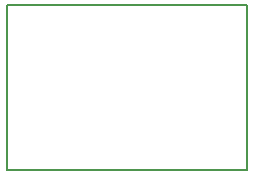
<source format=gko>
G04 #@! TF.FileFunction,Profile,NP*
%FSLAX46Y46*%
G04 Gerber Fmt 4.6, Leading zero omitted, Abs format (unit mm)*
G04 Created by KiCad (PCBNEW 4.0.7-e2-6376~58~ubuntu16.04.1) date Sat Jan 13 09:54:03 2018*
%MOMM*%
%LPD*%
G01*
G04 APERTURE LIST*
%ADD10C,0.100000*%
%ADD11C,0.150000*%
G04 APERTURE END LIST*
D10*
D11*
X138430000Y-92075000D02*
X138430000Y-106045000D01*
X158750000Y-92075000D02*
X138430000Y-92075000D01*
X158750000Y-106045000D02*
X158750000Y-92075000D01*
X138430000Y-106045000D02*
X158750000Y-106045000D01*
M02*

</source>
